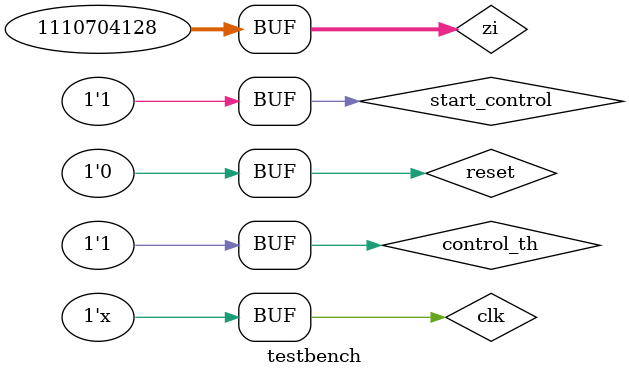
<source format=v>
`timescale 1ns / 1ps
  
module testbench;

    reg clk, reset;
    reg [31:0] zi;   // input angle in IEEE 754 format (degrees)

    // DUT outputs should be wires, not regs
    wire [31:0] sin_th_x;
    wire [31:0] cos_th_x;
    wire [31:0] cosec_th_x;
    wire [31:0] sec_th_x;
    wire [31:0] tan_th_x;
    wire [31:0] cot_th_x;
    reg control_th;
    reg start_control;
    wire done;

    parameter n = 10;

    // Instantiate DUT
    trigono_cordic #(.n(n)) uut (
        .clk(clk),
        .reset(reset),
        .control_th(control_th),
        .start_control(start_control),
        .zi(zi),
        .sin_th_x(sin_th_x),
        .cos_th_x(cos_th_x),
        .cosec_th_x(cosec_th_x),
        .sec_th_x(sec_th_x),
        .tan_th_x(tan_th_x),
        .cot_th_x(cot_th_x),
        .done(done)
    );

    // Clock generation (10ns period = 100MHz)
    initial clk = 0;
    always #5 clk = ~clk;

    initial begin
        $display("====== Starting CORDIC Testbench ======");
        reset = 1;
        #20 reset = 0;

        // -------------------------
        // Test Case 1: 45 degrees
        // -------------------------
        zi = 32'h42340000; // 45.0 in IEEE-754
        control_th=0;///////means hyperbolic function determinate/////////
        start_control=1;
        #40
        start_control=0;
        #1000
        zi = 32'h42340000; // 45.0 in IEEE-754
        control_th=1;//////means Trigonometric function determinate/////////
        start_control=1;
        
    
    

    end
endmodule


</source>
